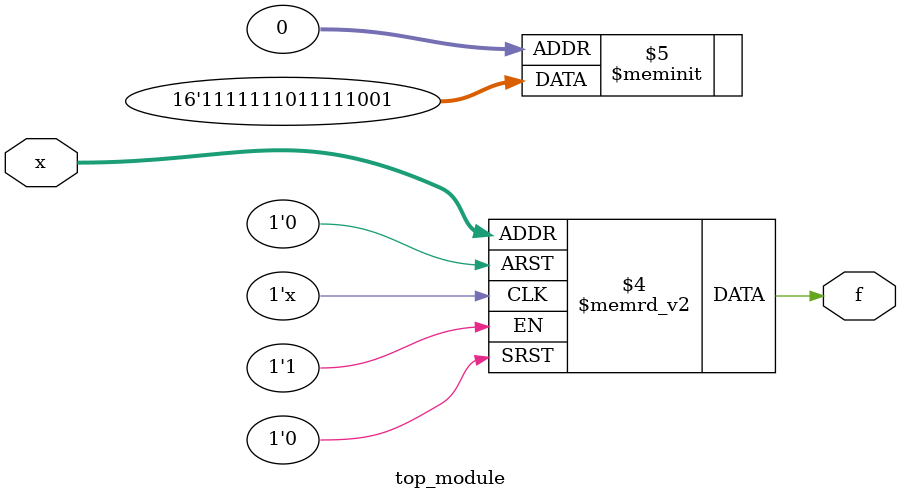
<source format=sv>
module top_module (
    input [4:1] x,
    output logic f
);

always_comb begin
    case ({x[4:3], x[2:1]})
        4'b0000, 4'b0111, 4'b1011, 4'b1101, 4'b1110: f = 1'b1;
        4'b0001, 4'b0010, 4'b1000: f = 1'b0;
        default: f = 1'b1; // Assign don't-care condition as 1
    endcase
end

endmodule

</source>
